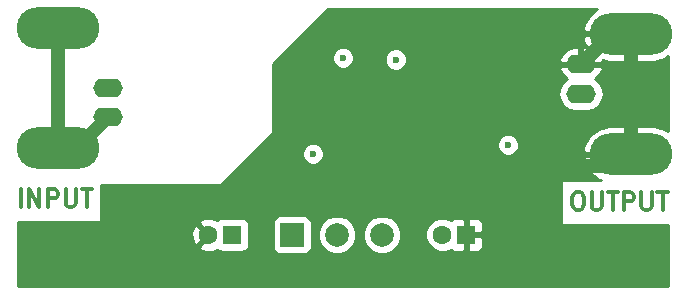
<source format=gtl>
G04 #@! TF.FileFunction,Copper,L1,Top,Signal*
%FSLAX46Y46*%
G04 Gerber Fmt 4.6, Leading zero omitted, Abs format (unit mm)*
G04 Created by KiCad (PCBNEW 4.0.7) date Thu May  3 16:22:41 2018*
%MOMM*%
%LPD*%
G01*
G04 APERTURE LIST*
%ADD10C,0.100000*%
%ADD11C,0.300000*%
%ADD12R,1.600000X1.600000*%
%ADD13C,1.600000*%
%ADD14O,7.000240X3.500120*%
%ADD15O,2.499360X1.600200*%
%ADD16C,2.000000*%
%ADD17R,2.000000X2.000000*%
%ADD18C,0.600000*%
%ADD19C,1.200000*%
%ADD20C,0.254000*%
G04 APERTURE END LIST*
D10*
D11*
X101802857Y-73600571D02*
X102088571Y-73600571D01*
X102231429Y-73672000D01*
X102374286Y-73814857D01*
X102445714Y-74100571D01*
X102445714Y-74600571D01*
X102374286Y-74886286D01*
X102231429Y-75029143D01*
X102088571Y-75100571D01*
X101802857Y-75100571D01*
X101660000Y-75029143D01*
X101517143Y-74886286D01*
X101445714Y-74600571D01*
X101445714Y-74100571D01*
X101517143Y-73814857D01*
X101660000Y-73672000D01*
X101802857Y-73600571D01*
X103088572Y-73600571D02*
X103088572Y-74814857D01*
X103160000Y-74957714D01*
X103231429Y-75029143D01*
X103374286Y-75100571D01*
X103660000Y-75100571D01*
X103802858Y-75029143D01*
X103874286Y-74957714D01*
X103945715Y-74814857D01*
X103945715Y-73600571D01*
X104445715Y-73600571D02*
X105302858Y-73600571D01*
X104874287Y-75100571D02*
X104874287Y-73600571D01*
X105802858Y-75100571D02*
X105802858Y-73600571D01*
X106374286Y-73600571D01*
X106517144Y-73672000D01*
X106588572Y-73743429D01*
X106660001Y-73886286D01*
X106660001Y-74100571D01*
X106588572Y-74243429D01*
X106517144Y-74314857D01*
X106374286Y-74386286D01*
X105802858Y-74386286D01*
X107302858Y-73600571D02*
X107302858Y-74814857D01*
X107374286Y-74957714D01*
X107445715Y-75029143D01*
X107588572Y-75100571D01*
X107874286Y-75100571D01*
X108017144Y-75029143D01*
X108088572Y-74957714D01*
X108160001Y-74814857D01*
X108160001Y-73600571D01*
X108660001Y-73600571D02*
X109517144Y-73600571D01*
X109088573Y-75100571D02*
X109088573Y-73600571D01*
X54765143Y-74846571D02*
X54765143Y-73346571D01*
X55479429Y-74846571D02*
X55479429Y-73346571D01*
X56336572Y-74846571D01*
X56336572Y-73346571D01*
X57050858Y-74846571D02*
X57050858Y-73346571D01*
X57622286Y-73346571D01*
X57765144Y-73418000D01*
X57836572Y-73489429D01*
X57908001Y-73632286D01*
X57908001Y-73846571D01*
X57836572Y-73989429D01*
X57765144Y-74060857D01*
X57622286Y-74132286D01*
X57050858Y-74132286D01*
X58550858Y-73346571D02*
X58550858Y-74560857D01*
X58622286Y-74703714D01*
X58693715Y-74775143D01*
X58836572Y-74846571D01*
X59122286Y-74846571D01*
X59265144Y-74775143D01*
X59336572Y-74703714D01*
X59408001Y-74560857D01*
X59408001Y-73346571D01*
X59908001Y-73346571D02*
X60765144Y-73346571D01*
X60336573Y-74846571D02*
X60336573Y-73346571D01*
D12*
X92456000Y-77216000D03*
D13*
X90456000Y-77216000D03*
D12*
X72644000Y-77216000D03*
D13*
X70644000Y-77216000D03*
D14*
X57886600Y-69867780D03*
X57886600Y-59669680D03*
D15*
X62151260Y-64770000D03*
X62151260Y-67269360D03*
D16*
X85344000Y-77216000D03*
D17*
X77724000Y-77216000D03*
D16*
X81534000Y-77216000D03*
D14*
X106451400Y-60180220D03*
X106451400Y-70378320D03*
D15*
X102186740Y-65278000D03*
X102186740Y-62778640D03*
D18*
X86502819Y-62372819D03*
X82042000Y-62230000D03*
X82042000Y-64516000D03*
X90027181Y-65135181D03*
X96012000Y-69596000D03*
X79502000Y-70358000D03*
D19*
X82042000Y-64516000D02*
X88900000Y-71374000D01*
X88900000Y-71374000D02*
X94742000Y-71374000D01*
X90027181Y-65135181D02*
X91694000Y-66802000D01*
X91694000Y-66802000D02*
X91694000Y-68326000D01*
X91694000Y-68326000D02*
X94742000Y-71374000D01*
X94742000Y-71374000D02*
X105455720Y-71374000D01*
X105455720Y-71374000D02*
X106451400Y-70378320D01*
X106451400Y-60180220D02*
X104785160Y-60180220D01*
X104785160Y-60180220D02*
X102186740Y-62778640D01*
X106451400Y-70378320D02*
X106451400Y-60180220D01*
X57886600Y-69867780D02*
X59552840Y-69867780D01*
X59552840Y-69867780D02*
X62151260Y-67269360D01*
X57886600Y-59669680D02*
X57886600Y-69867780D01*
D20*
G36*
X102925045Y-58583531D02*
X102449231Y-59384830D01*
X102368854Y-59682207D01*
X102478655Y-60053220D01*
X106324400Y-60053220D01*
X106324400Y-60033220D01*
X106578400Y-60033220D01*
X106578400Y-60053220D01*
X106598400Y-60053220D01*
X106598400Y-60307220D01*
X106578400Y-60307220D01*
X106578400Y-62565280D01*
X108328460Y-62565280D01*
X109231516Y-62335127D01*
X109526000Y-62114841D01*
X109526000Y-68443699D01*
X109231516Y-68223413D01*
X108328460Y-67993260D01*
X106578400Y-67993260D01*
X106578400Y-70251320D01*
X106598400Y-70251320D01*
X106598400Y-70505320D01*
X106578400Y-70505320D01*
X106578400Y-70525320D01*
X106324400Y-70525320D01*
X106324400Y-70505320D01*
X102478655Y-70505320D01*
X102368854Y-70876333D01*
X102449231Y-71173710D01*
X102925045Y-71975009D01*
X103671284Y-72533227D01*
X103882274Y-72587000D01*
X100525000Y-72587000D01*
X100525000Y-76407000D01*
X109526000Y-76407000D01*
X109526000Y-81586000D01*
X54558000Y-81586000D01*
X54558000Y-76999223D01*
X69197035Y-76999223D01*
X69224222Y-77569454D01*
X69390136Y-77970005D01*
X69636255Y-78044139D01*
X70464395Y-77216000D01*
X69636255Y-76387861D01*
X69390136Y-76461995D01*
X69197035Y-76999223D01*
X54558000Y-76999223D01*
X54558000Y-76208255D01*
X69815861Y-76208255D01*
X70644000Y-77036395D01*
X70658142Y-77022252D01*
X70837748Y-77201858D01*
X70823605Y-77216000D01*
X70837748Y-77230143D01*
X70658142Y-77409748D01*
X70644000Y-77395605D01*
X69815861Y-78223745D01*
X69889995Y-78469864D01*
X70427223Y-78662965D01*
X70997454Y-78635778D01*
X71388947Y-78473616D01*
X71592110Y-78612431D01*
X71844000Y-78663440D01*
X73444000Y-78663440D01*
X73679317Y-78619162D01*
X73895441Y-78480090D01*
X74040431Y-78267890D01*
X74091440Y-78016000D01*
X74091440Y-76416000D01*
X74053808Y-76216000D01*
X76076560Y-76216000D01*
X76076560Y-78216000D01*
X76120838Y-78451317D01*
X76259910Y-78667441D01*
X76472110Y-78812431D01*
X76724000Y-78863440D01*
X78724000Y-78863440D01*
X78959317Y-78819162D01*
X79175441Y-78680090D01*
X79320431Y-78467890D01*
X79371440Y-78216000D01*
X79371440Y-77539795D01*
X79898716Y-77539795D01*
X80147106Y-78140943D01*
X80606637Y-78601278D01*
X81207352Y-78850716D01*
X81857795Y-78851284D01*
X82458943Y-78602894D01*
X82919278Y-78143363D01*
X83168716Y-77542648D01*
X83168718Y-77539795D01*
X83708716Y-77539795D01*
X83957106Y-78140943D01*
X84416637Y-78601278D01*
X85017352Y-78850716D01*
X85667795Y-78851284D01*
X86268943Y-78602894D01*
X86729278Y-78143363D01*
X86978716Y-77542648D01*
X86978753Y-77500187D01*
X89020752Y-77500187D01*
X89238757Y-78027800D01*
X89642077Y-78431824D01*
X90169309Y-78650750D01*
X90740187Y-78651248D01*
X91202287Y-78460312D01*
X91296302Y-78554327D01*
X91529691Y-78651000D01*
X92170250Y-78651000D01*
X92329000Y-78492250D01*
X92329000Y-77343000D01*
X92583000Y-77343000D01*
X92583000Y-78492250D01*
X92741750Y-78651000D01*
X93382309Y-78651000D01*
X93615698Y-78554327D01*
X93794327Y-78375699D01*
X93891000Y-78142310D01*
X93891000Y-77501750D01*
X93732250Y-77343000D01*
X92583000Y-77343000D01*
X92329000Y-77343000D01*
X92309000Y-77343000D01*
X92309000Y-77089000D01*
X92329000Y-77089000D01*
X92329000Y-75939750D01*
X92583000Y-75939750D01*
X92583000Y-77089000D01*
X93732250Y-77089000D01*
X93891000Y-76930250D01*
X93891000Y-76289690D01*
X93794327Y-76056301D01*
X93615698Y-75877673D01*
X93382309Y-75781000D01*
X92741750Y-75781000D01*
X92583000Y-75939750D01*
X92329000Y-75939750D01*
X92170250Y-75781000D01*
X91529691Y-75781000D01*
X91296302Y-75877673D01*
X91202002Y-75971973D01*
X90742691Y-75781250D01*
X90171813Y-75780752D01*
X89644200Y-75998757D01*
X89240176Y-76402077D01*
X89021250Y-76929309D01*
X89020752Y-77500187D01*
X86978753Y-77500187D01*
X86979284Y-76892205D01*
X86730894Y-76291057D01*
X86271363Y-75830722D01*
X85670648Y-75581284D01*
X85020205Y-75580716D01*
X84419057Y-75829106D01*
X83958722Y-76288637D01*
X83709284Y-76889352D01*
X83708716Y-77539795D01*
X83168718Y-77539795D01*
X83169284Y-76892205D01*
X82920894Y-76291057D01*
X82461363Y-75830722D01*
X81860648Y-75581284D01*
X81210205Y-75580716D01*
X80609057Y-75829106D01*
X80148722Y-76288637D01*
X79899284Y-76889352D01*
X79898716Y-77539795D01*
X79371440Y-77539795D01*
X79371440Y-76216000D01*
X79327162Y-75980683D01*
X79188090Y-75764559D01*
X78975890Y-75619569D01*
X78724000Y-75568560D01*
X76724000Y-75568560D01*
X76488683Y-75612838D01*
X76272559Y-75751910D01*
X76127569Y-75964110D01*
X76076560Y-76216000D01*
X74053808Y-76216000D01*
X74047162Y-76180683D01*
X73908090Y-75964559D01*
X73695890Y-75819569D01*
X73444000Y-75768560D01*
X71844000Y-75768560D01*
X71608683Y-75812838D01*
X71392559Y-75951910D01*
X71388023Y-75958548D01*
X70860777Y-75769035D01*
X70290546Y-75796222D01*
X69889995Y-75962136D01*
X69815861Y-76208255D01*
X54558000Y-76208255D01*
X54558000Y-76153000D01*
X61543001Y-76153000D01*
X61543001Y-73025000D01*
X71628000Y-73025000D01*
X71677410Y-73014994D01*
X71717803Y-72987803D01*
X74162439Y-70543167D01*
X78566838Y-70543167D01*
X78708883Y-70886943D01*
X78971673Y-71150192D01*
X79315201Y-71292838D01*
X79687167Y-71293162D01*
X80030943Y-71151117D01*
X80294192Y-70888327D01*
X80436838Y-70544799D01*
X80437162Y-70172833D01*
X80295117Y-69829057D01*
X80247311Y-69781167D01*
X95076838Y-69781167D01*
X95218883Y-70124943D01*
X95481673Y-70388192D01*
X95825201Y-70530838D01*
X96197167Y-70531162D01*
X96540943Y-70389117D01*
X96804192Y-70126327D01*
X96906348Y-69880307D01*
X102368854Y-69880307D01*
X102478655Y-70251320D01*
X106324400Y-70251320D01*
X106324400Y-67993260D01*
X104574340Y-67993260D01*
X103671284Y-68223413D01*
X102925045Y-68781631D01*
X102449231Y-69582930D01*
X102368854Y-69880307D01*
X96906348Y-69880307D01*
X96946838Y-69782799D01*
X96947162Y-69410833D01*
X96805117Y-69067057D01*
X96542327Y-68803808D01*
X96198799Y-68661162D01*
X95826833Y-68660838D01*
X95483057Y-68802883D01*
X95219808Y-69065673D01*
X95077162Y-69409201D01*
X95076838Y-69781167D01*
X80247311Y-69781167D01*
X80032327Y-69565808D01*
X79688799Y-69423162D01*
X79316833Y-69422838D01*
X78973057Y-69564883D01*
X78709808Y-69827673D01*
X78567162Y-70171201D01*
X78566838Y-70543167D01*
X74162439Y-70543167D01*
X76035803Y-68669803D01*
X76063666Y-68627789D01*
X76073000Y-68580000D01*
X76073000Y-65278000D01*
X100265137Y-65278000D01*
X100374377Y-65827189D01*
X100685468Y-66292769D01*
X101151048Y-66603860D01*
X101700237Y-66713100D01*
X102673243Y-66713100D01*
X103222432Y-66603860D01*
X103688012Y-66292769D01*
X103999103Y-65827189D01*
X104108343Y-65278000D01*
X103999103Y-64728811D01*
X103688012Y-64263231D01*
X103336821Y-64028572D01*
X103740892Y-63703607D01*
X104010781Y-63210497D01*
X104028323Y-63127695D01*
X103906336Y-62905640D01*
X102313740Y-62905640D01*
X102313740Y-62925640D01*
X102059740Y-62925640D01*
X102059740Y-62905640D01*
X100467144Y-62905640D01*
X100345157Y-63127695D01*
X100362699Y-63210497D01*
X100632588Y-63703607D01*
X101036659Y-64028572D01*
X100685468Y-64263231D01*
X100374377Y-64728811D01*
X100265137Y-65278000D01*
X76073000Y-65278000D01*
X76073000Y-62790606D01*
X76448439Y-62415167D01*
X81106838Y-62415167D01*
X81248883Y-62758943D01*
X81511673Y-63022192D01*
X81855201Y-63164838D01*
X82227167Y-63165162D01*
X82570943Y-63023117D01*
X82834192Y-62760327D01*
X82918211Y-62557986D01*
X85567657Y-62557986D01*
X85709702Y-62901762D01*
X85972492Y-63165011D01*
X86316020Y-63307657D01*
X86687986Y-63307981D01*
X87031762Y-63165936D01*
X87295011Y-62903146D01*
X87437657Y-62559618D01*
X87437770Y-62429585D01*
X100345157Y-62429585D01*
X100467144Y-62651640D01*
X102059740Y-62651640D01*
X102059740Y-61343540D01*
X102313740Y-61343540D01*
X102313740Y-62651640D01*
X103906336Y-62651640D01*
X104028323Y-62429585D01*
X104027547Y-62425924D01*
X104574340Y-62565280D01*
X106324400Y-62565280D01*
X106324400Y-60307220D01*
X102478655Y-60307220D01*
X102368854Y-60678233D01*
X102449231Y-60975610D01*
X102667709Y-61343540D01*
X102313740Y-61343540D01*
X102059740Y-61343540D01*
X101610160Y-61343540D01*
X101070638Y-61501381D01*
X100632588Y-61853673D01*
X100362699Y-62346783D01*
X100345157Y-62429585D01*
X87437770Y-62429585D01*
X87437981Y-62187652D01*
X87295936Y-61843876D01*
X87033146Y-61580627D01*
X86689618Y-61437981D01*
X86317652Y-61437657D01*
X85973876Y-61579702D01*
X85710627Y-61842492D01*
X85567981Y-62186020D01*
X85567657Y-62557986D01*
X82918211Y-62557986D01*
X82976838Y-62416799D01*
X82977162Y-62044833D01*
X82835117Y-61701057D01*
X82572327Y-61437808D01*
X82228799Y-61295162D01*
X81856833Y-61294838D01*
X81513057Y-61436883D01*
X81249808Y-61699673D01*
X81107162Y-62043201D01*
X81106838Y-62415167D01*
X76448439Y-62415167D01*
X80749606Y-58114000D01*
X103552725Y-58114000D01*
X102925045Y-58583531D01*
X102925045Y-58583531D01*
G37*
X102925045Y-58583531D02*
X102449231Y-59384830D01*
X102368854Y-59682207D01*
X102478655Y-60053220D01*
X106324400Y-60053220D01*
X106324400Y-60033220D01*
X106578400Y-60033220D01*
X106578400Y-60053220D01*
X106598400Y-60053220D01*
X106598400Y-60307220D01*
X106578400Y-60307220D01*
X106578400Y-62565280D01*
X108328460Y-62565280D01*
X109231516Y-62335127D01*
X109526000Y-62114841D01*
X109526000Y-68443699D01*
X109231516Y-68223413D01*
X108328460Y-67993260D01*
X106578400Y-67993260D01*
X106578400Y-70251320D01*
X106598400Y-70251320D01*
X106598400Y-70505320D01*
X106578400Y-70505320D01*
X106578400Y-70525320D01*
X106324400Y-70525320D01*
X106324400Y-70505320D01*
X102478655Y-70505320D01*
X102368854Y-70876333D01*
X102449231Y-71173710D01*
X102925045Y-71975009D01*
X103671284Y-72533227D01*
X103882274Y-72587000D01*
X100525000Y-72587000D01*
X100525000Y-76407000D01*
X109526000Y-76407000D01*
X109526000Y-81586000D01*
X54558000Y-81586000D01*
X54558000Y-76999223D01*
X69197035Y-76999223D01*
X69224222Y-77569454D01*
X69390136Y-77970005D01*
X69636255Y-78044139D01*
X70464395Y-77216000D01*
X69636255Y-76387861D01*
X69390136Y-76461995D01*
X69197035Y-76999223D01*
X54558000Y-76999223D01*
X54558000Y-76208255D01*
X69815861Y-76208255D01*
X70644000Y-77036395D01*
X70658142Y-77022252D01*
X70837748Y-77201858D01*
X70823605Y-77216000D01*
X70837748Y-77230143D01*
X70658142Y-77409748D01*
X70644000Y-77395605D01*
X69815861Y-78223745D01*
X69889995Y-78469864D01*
X70427223Y-78662965D01*
X70997454Y-78635778D01*
X71388947Y-78473616D01*
X71592110Y-78612431D01*
X71844000Y-78663440D01*
X73444000Y-78663440D01*
X73679317Y-78619162D01*
X73895441Y-78480090D01*
X74040431Y-78267890D01*
X74091440Y-78016000D01*
X74091440Y-76416000D01*
X74053808Y-76216000D01*
X76076560Y-76216000D01*
X76076560Y-78216000D01*
X76120838Y-78451317D01*
X76259910Y-78667441D01*
X76472110Y-78812431D01*
X76724000Y-78863440D01*
X78724000Y-78863440D01*
X78959317Y-78819162D01*
X79175441Y-78680090D01*
X79320431Y-78467890D01*
X79371440Y-78216000D01*
X79371440Y-77539795D01*
X79898716Y-77539795D01*
X80147106Y-78140943D01*
X80606637Y-78601278D01*
X81207352Y-78850716D01*
X81857795Y-78851284D01*
X82458943Y-78602894D01*
X82919278Y-78143363D01*
X83168716Y-77542648D01*
X83168718Y-77539795D01*
X83708716Y-77539795D01*
X83957106Y-78140943D01*
X84416637Y-78601278D01*
X85017352Y-78850716D01*
X85667795Y-78851284D01*
X86268943Y-78602894D01*
X86729278Y-78143363D01*
X86978716Y-77542648D01*
X86978753Y-77500187D01*
X89020752Y-77500187D01*
X89238757Y-78027800D01*
X89642077Y-78431824D01*
X90169309Y-78650750D01*
X90740187Y-78651248D01*
X91202287Y-78460312D01*
X91296302Y-78554327D01*
X91529691Y-78651000D01*
X92170250Y-78651000D01*
X92329000Y-78492250D01*
X92329000Y-77343000D01*
X92583000Y-77343000D01*
X92583000Y-78492250D01*
X92741750Y-78651000D01*
X93382309Y-78651000D01*
X93615698Y-78554327D01*
X93794327Y-78375699D01*
X93891000Y-78142310D01*
X93891000Y-77501750D01*
X93732250Y-77343000D01*
X92583000Y-77343000D01*
X92329000Y-77343000D01*
X92309000Y-77343000D01*
X92309000Y-77089000D01*
X92329000Y-77089000D01*
X92329000Y-75939750D01*
X92583000Y-75939750D01*
X92583000Y-77089000D01*
X93732250Y-77089000D01*
X93891000Y-76930250D01*
X93891000Y-76289690D01*
X93794327Y-76056301D01*
X93615698Y-75877673D01*
X93382309Y-75781000D01*
X92741750Y-75781000D01*
X92583000Y-75939750D01*
X92329000Y-75939750D01*
X92170250Y-75781000D01*
X91529691Y-75781000D01*
X91296302Y-75877673D01*
X91202002Y-75971973D01*
X90742691Y-75781250D01*
X90171813Y-75780752D01*
X89644200Y-75998757D01*
X89240176Y-76402077D01*
X89021250Y-76929309D01*
X89020752Y-77500187D01*
X86978753Y-77500187D01*
X86979284Y-76892205D01*
X86730894Y-76291057D01*
X86271363Y-75830722D01*
X85670648Y-75581284D01*
X85020205Y-75580716D01*
X84419057Y-75829106D01*
X83958722Y-76288637D01*
X83709284Y-76889352D01*
X83708716Y-77539795D01*
X83168718Y-77539795D01*
X83169284Y-76892205D01*
X82920894Y-76291057D01*
X82461363Y-75830722D01*
X81860648Y-75581284D01*
X81210205Y-75580716D01*
X80609057Y-75829106D01*
X80148722Y-76288637D01*
X79899284Y-76889352D01*
X79898716Y-77539795D01*
X79371440Y-77539795D01*
X79371440Y-76216000D01*
X79327162Y-75980683D01*
X79188090Y-75764559D01*
X78975890Y-75619569D01*
X78724000Y-75568560D01*
X76724000Y-75568560D01*
X76488683Y-75612838D01*
X76272559Y-75751910D01*
X76127569Y-75964110D01*
X76076560Y-76216000D01*
X74053808Y-76216000D01*
X74047162Y-76180683D01*
X73908090Y-75964559D01*
X73695890Y-75819569D01*
X73444000Y-75768560D01*
X71844000Y-75768560D01*
X71608683Y-75812838D01*
X71392559Y-75951910D01*
X71388023Y-75958548D01*
X70860777Y-75769035D01*
X70290546Y-75796222D01*
X69889995Y-75962136D01*
X69815861Y-76208255D01*
X54558000Y-76208255D01*
X54558000Y-76153000D01*
X61543001Y-76153000D01*
X61543001Y-73025000D01*
X71628000Y-73025000D01*
X71677410Y-73014994D01*
X71717803Y-72987803D01*
X74162439Y-70543167D01*
X78566838Y-70543167D01*
X78708883Y-70886943D01*
X78971673Y-71150192D01*
X79315201Y-71292838D01*
X79687167Y-71293162D01*
X80030943Y-71151117D01*
X80294192Y-70888327D01*
X80436838Y-70544799D01*
X80437162Y-70172833D01*
X80295117Y-69829057D01*
X80247311Y-69781167D01*
X95076838Y-69781167D01*
X95218883Y-70124943D01*
X95481673Y-70388192D01*
X95825201Y-70530838D01*
X96197167Y-70531162D01*
X96540943Y-70389117D01*
X96804192Y-70126327D01*
X96906348Y-69880307D01*
X102368854Y-69880307D01*
X102478655Y-70251320D01*
X106324400Y-70251320D01*
X106324400Y-67993260D01*
X104574340Y-67993260D01*
X103671284Y-68223413D01*
X102925045Y-68781631D01*
X102449231Y-69582930D01*
X102368854Y-69880307D01*
X96906348Y-69880307D01*
X96946838Y-69782799D01*
X96947162Y-69410833D01*
X96805117Y-69067057D01*
X96542327Y-68803808D01*
X96198799Y-68661162D01*
X95826833Y-68660838D01*
X95483057Y-68802883D01*
X95219808Y-69065673D01*
X95077162Y-69409201D01*
X95076838Y-69781167D01*
X80247311Y-69781167D01*
X80032327Y-69565808D01*
X79688799Y-69423162D01*
X79316833Y-69422838D01*
X78973057Y-69564883D01*
X78709808Y-69827673D01*
X78567162Y-70171201D01*
X78566838Y-70543167D01*
X74162439Y-70543167D01*
X76035803Y-68669803D01*
X76063666Y-68627789D01*
X76073000Y-68580000D01*
X76073000Y-65278000D01*
X100265137Y-65278000D01*
X100374377Y-65827189D01*
X100685468Y-66292769D01*
X101151048Y-66603860D01*
X101700237Y-66713100D01*
X102673243Y-66713100D01*
X103222432Y-66603860D01*
X103688012Y-66292769D01*
X103999103Y-65827189D01*
X104108343Y-65278000D01*
X103999103Y-64728811D01*
X103688012Y-64263231D01*
X103336821Y-64028572D01*
X103740892Y-63703607D01*
X104010781Y-63210497D01*
X104028323Y-63127695D01*
X103906336Y-62905640D01*
X102313740Y-62905640D01*
X102313740Y-62925640D01*
X102059740Y-62925640D01*
X102059740Y-62905640D01*
X100467144Y-62905640D01*
X100345157Y-63127695D01*
X100362699Y-63210497D01*
X100632588Y-63703607D01*
X101036659Y-64028572D01*
X100685468Y-64263231D01*
X100374377Y-64728811D01*
X100265137Y-65278000D01*
X76073000Y-65278000D01*
X76073000Y-62790606D01*
X76448439Y-62415167D01*
X81106838Y-62415167D01*
X81248883Y-62758943D01*
X81511673Y-63022192D01*
X81855201Y-63164838D01*
X82227167Y-63165162D01*
X82570943Y-63023117D01*
X82834192Y-62760327D01*
X82918211Y-62557986D01*
X85567657Y-62557986D01*
X85709702Y-62901762D01*
X85972492Y-63165011D01*
X86316020Y-63307657D01*
X86687986Y-63307981D01*
X87031762Y-63165936D01*
X87295011Y-62903146D01*
X87437657Y-62559618D01*
X87437770Y-62429585D01*
X100345157Y-62429585D01*
X100467144Y-62651640D01*
X102059740Y-62651640D01*
X102059740Y-61343540D01*
X102313740Y-61343540D01*
X102313740Y-62651640D01*
X103906336Y-62651640D01*
X104028323Y-62429585D01*
X104027547Y-62425924D01*
X104574340Y-62565280D01*
X106324400Y-62565280D01*
X106324400Y-60307220D01*
X102478655Y-60307220D01*
X102368854Y-60678233D01*
X102449231Y-60975610D01*
X102667709Y-61343540D01*
X102313740Y-61343540D01*
X102059740Y-61343540D01*
X101610160Y-61343540D01*
X101070638Y-61501381D01*
X100632588Y-61853673D01*
X100362699Y-62346783D01*
X100345157Y-62429585D01*
X87437770Y-62429585D01*
X87437981Y-62187652D01*
X87295936Y-61843876D01*
X87033146Y-61580627D01*
X86689618Y-61437981D01*
X86317652Y-61437657D01*
X85973876Y-61579702D01*
X85710627Y-61842492D01*
X85567981Y-62186020D01*
X85567657Y-62557986D01*
X82918211Y-62557986D01*
X82976838Y-62416799D01*
X82977162Y-62044833D01*
X82835117Y-61701057D01*
X82572327Y-61437808D01*
X82228799Y-61295162D01*
X81856833Y-61294838D01*
X81513057Y-61436883D01*
X81249808Y-61699673D01*
X81107162Y-62043201D01*
X81106838Y-62415167D01*
X76448439Y-62415167D01*
X80749606Y-58114000D01*
X103552725Y-58114000D01*
X102925045Y-58583531D01*
M02*

</source>
